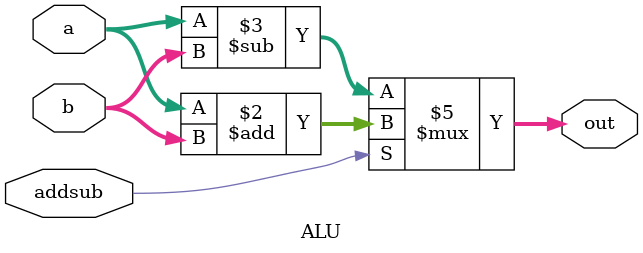
<source format=v>
`timescale 1ns/1ps

module ALU(out, a,b , addsub);
    input [15:0] a, b;
    input addsub;
    output reg [15:0] out;
    
    always @(*)
        if (addsub) out = a+b;
        else out=a-b;
endmodule
       
</source>
